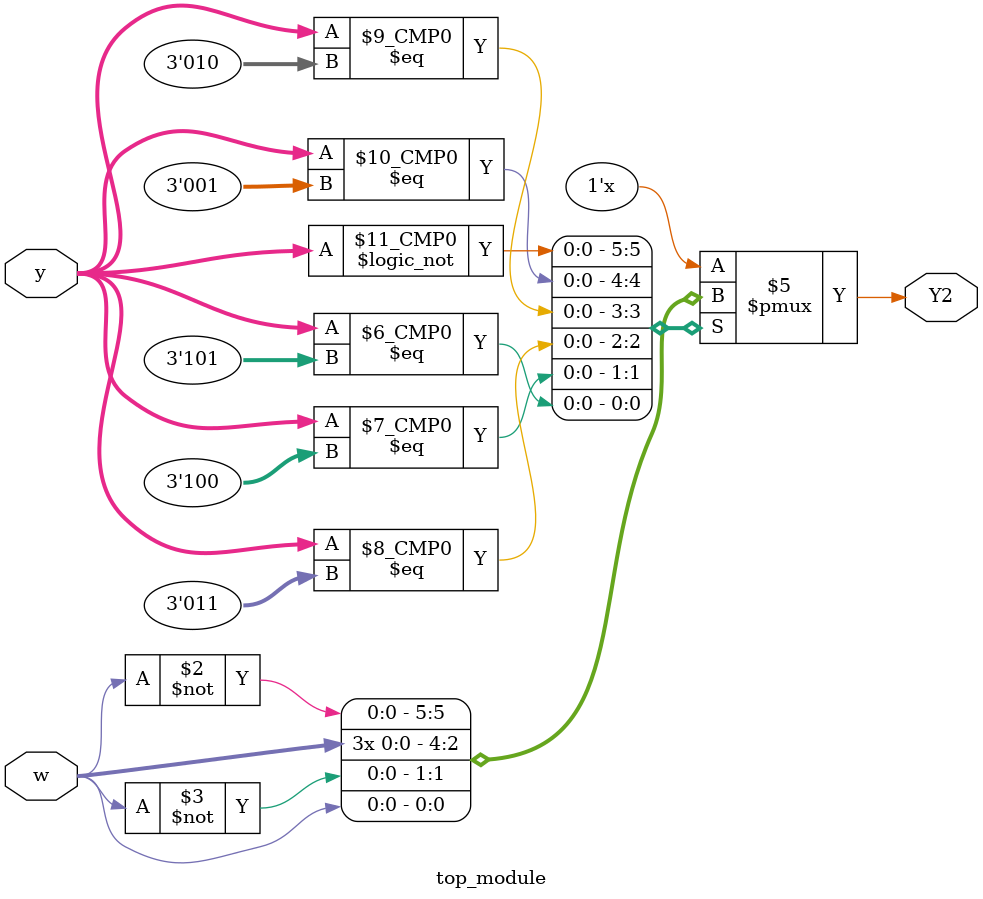
<source format=sv>
module top_module(
    input [3:1] y,
    input w,
    output reg Y2
);

always @(*) begin
    case (y)
        3'b000: Y2 = ~w;
        3'b001: Y2 = w;
        3'b010: Y2 = w;
        3'b011: Y2 = w;
        3'b100: Y2 = ~w;
        3'b101: Y2 = w;
        default: Y2 = 1'bx;
    endcase
end

endmodule

</source>
